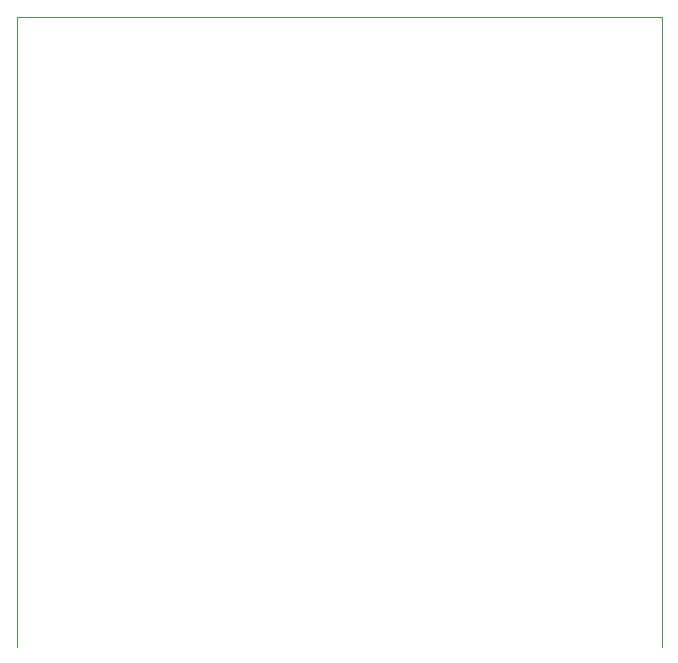
<source format=gbr>
%TF.GenerationSoftware,KiCad,Pcbnew,8.0.4*%
%TF.CreationDate,2025-02-28T20:51:30+01:00*%
%TF.ProjectId,Lochraster,4c6f6368-7261-4737-9465-722e6b696361,rev?*%
%TF.SameCoordinates,Original*%
%TF.FileFunction,Profile,NP*%
%FSLAX46Y46*%
G04 Gerber Fmt 4.6, Leading zero omitted, Abs format (unit mm)*
G04 Created by KiCad (PCBNEW 8.0.4) date 2025-02-28 20:51:30*
%MOMM*%
%LPD*%
G01*
G04 APERTURE LIST*
%TA.AperFunction,Profile*%
%ADD10C,0.100000*%
%TD*%
G04 APERTURE END LIST*
D10*
X156403000Y-51920000D02*
X156403000Y-105260000D01*
X211013000Y-105260000D02*
X211013000Y-51920000D01*
X211013000Y-51920000D02*
X156403000Y-51920000D01*
M02*

</source>
